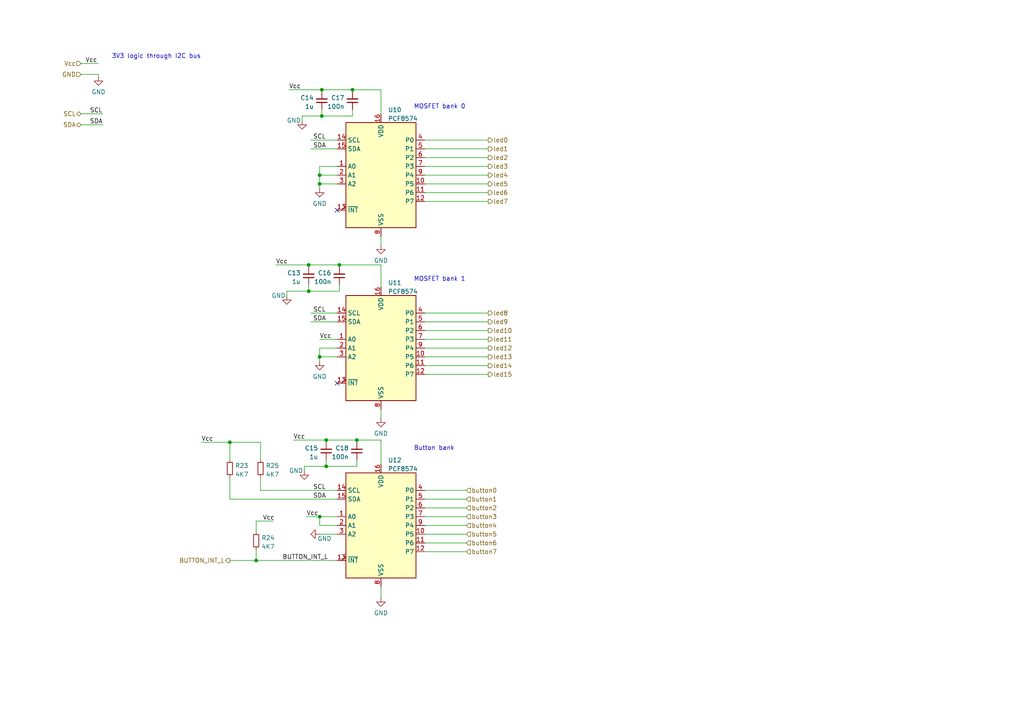
<source format=kicad_sch>
(kicad_sch (version 20211123) (generator eeschema)

  (uuid 93077cec-ff5e-46ba-9917-4f38b0bacfc5)

  (paper "A4")

  (lib_symbols
    (symbol "Device:C_Small" (pin_numbers hide) (pin_names (offset 0.254) hide) (in_bom yes) (on_board yes)
      (property "Reference" "C" (id 0) (at 0.254 1.778 0)
        (effects (font (size 1.27 1.27)) (justify left))
      )
      (property "Value" "C_Small" (id 1) (at 0.254 -2.032 0)
        (effects (font (size 1.27 1.27)) (justify left))
      )
      (property "Footprint" "" (id 2) (at 0 0 0)
        (effects (font (size 1.27 1.27)) hide)
      )
      (property "Datasheet" "~" (id 3) (at 0 0 0)
        (effects (font (size 1.27 1.27)) hide)
      )
      (property "ki_keywords" "capacitor cap" (id 4) (at 0 0 0)
        (effects (font (size 1.27 1.27)) hide)
      )
      (property "ki_description" "Unpolarized capacitor, small symbol" (id 5) (at 0 0 0)
        (effects (font (size 1.27 1.27)) hide)
      )
      (property "ki_fp_filters" "C_*" (id 6) (at 0 0 0)
        (effects (font (size 1.27 1.27)) hide)
      )
      (symbol "C_Small_0_1"
        (polyline
          (pts
            (xy -1.524 -0.508)
            (xy 1.524 -0.508)
          )
          (stroke (width 0.3302) (type default) (color 0 0 0 0))
          (fill (type none))
        )
        (polyline
          (pts
            (xy -1.524 0.508)
            (xy 1.524 0.508)
          )
          (stroke (width 0.3048) (type default) (color 0 0 0 0))
          (fill (type none))
        )
      )
      (symbol "C_Small_1_1"
        (pin passive line (at 0 2.54 270) (length 2.032)
          (name "~" (effects (font (size 1.27 1.27))))
          (number "1" (effects (font (size 1.27 1.27))))
        )
        (pin passive line (at 0 -2.54 90) (length 2.032)
          (name "~" (effects (font (size 1.27 1.27))))
          (number "2" (effects (font (size 1.27 1.27))))
        )
      )
    )
    (symbol "Device:R_Small" (pin_numbers hide) (pin_names (offset 0.254) hide) (in_bom yes) (on_board yes)
      (property "Reference" "R" (id 0) (at 0.762 0.508 0)
        (effects (font (size 1.27 1.27)) (justify left))
      )
      (property "Value" "R_Small" (id 1) (at 0.762 -1.016 0)
        (effects (font (size 1.27 1.27)) (justify left))
      )
      (property "Footprint" "" (id 2) (at 0 0 0)
        (effects (font (size 1.27 1.27)) hide)
      )
      (property "Datasheet" "~" (id 3) (at 0 0 0)
        (effects (font (size 1.27 1.27)) hide)
      )
      (property "ki_keywords" "R resistor" (id 4) (at 0 0 0)
        (effects (font (size 1.27 1.27)) hide)
      )
      (property "ki_description" "Resistor, small symbol" (id 5) (at 0 0 0)
        (effects (font (size 1.27 1.27)) hide)
      )
      (property "ki_fp_filters" "R_*" (id 6) (at 0 0 0)
        (effects (font (size 1.27 1.27)) hide)
      )
      (symbol "R_Small_0_1"
        (rectangle (start -0.762 1.778) (end 0.762 -1.778)
          (stroke (width 0.2032) (type default) (color 0 0 0 0))
          (fill (type none))
        )
      )
      (symbol "R_Small_1_1"
        (pin passive line (at 0 2.54 270) (length 0.762)
          (name "~" (effects (font (size 1.27 1.27))))
          (number "1" (effects (font (size 1.27 1.27))))
        )
        (pin passive line (at 0 -2.54 90) (length 0.762)
          (name "~" (effects (font (size 1.27 1.27))))
          (number "2" (effects (font (size 1.27 1.27))))
        )
      )
    )
    (symbol "Interface_Expansion:PCF8574" (in_bom yes) (on_board yes)
      (property "Reference" "U" (id 0) (at -8.89 16.51 0)
        (effects (font (size 1.27 1.27)) (justify left))
      )
      (property "Value" "PCF8574" (id 1) (at 2.54 16.51 0)
        (effects (font (size 1.27 1.27)) (justify left))
      )
      (property "Footprint" "" (id 2) (at 0 0 0)
        (effects (font (size 1.27 1.27)) hide)
      )
      (property "Datasheet" "http://www.nxp.com/documents/data_sheet/PCF8574_PCF8574A.pdf" (id 3) (at 0 0 0)
        (effects (font (size 1.27 1.27)) hide)
      )
      (property "ki_keywords" "I2C Expander" (id 4) (at 0 0 0)
        (effects (font (size 1.27 1.27)) hide)
      )
      (property "ki_description" "8 Bit Port/Expander to I2C Bus, DIP/SOIC-16" (id 5) (at 0 0 0)
        (effects (font (size 1.27 1.27)) hide)
      )
      (property "ki_fp_filters" "DIP*W7.62mm* SOIC*7.5x10.3mm*P1.27mm*" (id 6) (at 0 0 0)
        (effects (font (size 1.27 1.27)) hide)
      )
      (symbol "PCF8574_0_1"
        (rectangle (start -10.16 15.24) (end 10.16 -15.24)
          (stroke (width 0.254) (type default) (color 0 0 0 0))
          (fill (type background))
        )
      )
      (symbol "PCF8574_1_1"
        (pin input line (at -12.7 2.54 0) (length 2.54)
          (name "A0" (effects (font (size 1.27 1.27))))
          (number "1" (effects (font (size 1.27 1.27))))
        )
        (pin bidirectional line (at 12.7 -2.54 180) (length 2.54)
          (name "P5" (effects (font (size 1.27 1.27))))
          (number "10" (effects (font (size 1.27 1.27))))
        )
        (pin bidirectional line (at 12.7 -5.08 180) (length 2.54)
          (name "P6" (effects (font (size 1.27 1.27))))
          (number "11" (effects (font (size 1.27 1.27))))
        )
        (pin bidirectional line (at 12.7 -7.62 180) (length 2.54)
          (name "P7" (effects (font (size 1.27 1.27))))
          (number "12" (effects (font (size 1.27 1.27))))
        )
        (pin open_collector output_low (at -12.7 -10.16 0) (length 2.54)
          (name "~{INT}" (effects (font (size 1.27 1.27))))
          (number "13" (effects (font (size 1.27 1.27))))
        )
        (pin input line (at -12.7 10.16 0) (length 2.54)
          (name "SCL" (effects (font (size 1.27 1.27))))
          (number "14" (effects (font (size 1.27 1.27))))
        )
        (pin bidirectional line (at -12.7 7.62 0) (length 2.54)
          (name "SDA" (effects (font (size 1.27 1.27))))
          (number "15" (effects (font (size 1.27 1.27))))
        )
        (pin power_in line (at 0 17.78 270) (length 2.54)
          (name "VDD" (effects (font (size 1.27 1.27))))
          (number "16" (effects (font (size 1.27 1.27))))
        )
        (pin input line (at -12.7 0 0) (length 2.54)
          (name "A1" (effects (font (size 1.27 1.27))))
          (number "2" (effects (font (size 1.27 1.27))))
        )
        (pin input line (at -12.7 -2.54 0) (length 2.54)
          (name "A2" (effects (font (size 1.27 1.27))))
          (number "3" (effects (font (size 1.27 1.27))))
        )
        (pin bidirectional line (at 12.7 10.16 180) (length 2.54)
          (name "P0" (effects (font (size 1.27 1.27))))
          (number "4" (effects (font (size 1.27 1.27))))
        )
        (pin bidirectional line (at 12.7 7.62 180) (length 2.54)
          (name "P1" (effects (font (size 1.27 1.27))))
          (number "5" (effects (font (size 1.27 1.27))))
        )
        (pin bidirectional line (at 12.7 5.08 180) (length 2.54)
          (name "P2" (effects (font (size 1.27 1.27))))
          (number "6" (effects (font (size 1.27 1.27))))
        )
        (pin bidirectional line (at 12.7 2.54 180) (length 2.54)
          (name "P3" (effects (font (size 1.27 1.27))))
          (number "7" (effects (font (size 1.27 1.27))))
        )
        (pin power_in line (at 0 -17.78 90) (length 2.54)
          (name "VSS" (effects (font (size 1.27 1.27))))
          (number "8" (effects (font (size 1.27 1.27))))
        )
        (pin bidirectional line (at 12.7 0 180) (length 2.54)
          (name "P4" (effects (font (size 1.27 1.27))))
          (number "9" (effects (font (size 1.27 1.27))))
        )
      )
    )
    (symbol "power:GND" (power) (pin_names (offset 0)) (in_bom yes) (on_board yes)
      (property "Reference" "#PWR" (id 0) (at 0 -6.35 0)
        (effects (font (size 1.27 1.27)) hide)
      )
      (property "Value" "GND" (id 1) (at 0 -3.81 0)
        (effects (font (size 1.27 1.27)))
      )
      (property "Footprint" "" (id 2) (at 0 0 0)
        (effects (font (size 1.27 1.27)) hide)
      )
      (property "Datasheet" "" (id 3) (at 0 0 0)
        (effects (font (size 1.27 1.27)) hide)
      )
      (property "ki_keywords" "power-flag" (id 4) (at 0 0 0)
        (effects (font (size 1.27 1.27)) hide)
      )
      (property "ki_description" "Power symbol creates a global label with name \"GND\" , ground" (id 5) (at 0 0 0)
        (effects (font (size 1.27 1.27)) hide)
      )
      (symbol "GND_0_1"
        (polyline
          (pts
            (xy 0 0)
            (xy 0 -1.27)
            (xy 1.27 -1.27)
            (xy 0 -2.54)
            (xy -1.27 -1.27)
            (xy 0 -1.27)
          )
          (stroke (width 0) (type default) (color 0 0 0 0))
          (fill (type none))
        )
      )
      (symbol "GND_1_1"
        (pin power_in line (at 0 0 270) (length 0) hide
          (name "GND" (effects (font (size 1.27 1.27))))
          (number "1" (effects (font (size 1.27 1.27))))
        )
      )
    )
  )

  (junction (at 93.345 33.655) (diameter 0) (color 0 0 0 0)
    (uuid 03e47889-1a41-4933-9a45-09088a98a78a)
  )
  (junction (at 103.505 127.635) (diameter 0) (color 0 0 0 0)
    (uuid 1b546be3-4f37-48c6-9498-8037a5146ebe)
  )
  (junction (at 92.71 53.34) (diameter 0) (color 0 0 0 0)
    (uuid 23a19cb7-de20-4616-baaa-9e33b99071df)
  )
  (junction (at 94.615 127.635) (diameter 0) (color 0 0 0 0)
    (uuid 28a2b624-5f38-4c57-9c77-88683048412b)
  )
  (junction (at 102.235 26.035) (diameter 0) (color 0 0 0 0)
    (uuid 2d852ce6-c8cc-4b8e-9eaa-56cdfb2002c6)
  )
  (junction (at 66.675 128.27) (diameter 0) (color 0 0 0 0)
    (uuid 2dbc30b6-76f1-4290-95fa-eacb835ce017)
  )
  (junction (at 92.71 50.8) (diameter 0) (color 0 0 0 0)
    (uuid 364633ca-0044-4c03-b508-4d1760bf0c64)
  )
  (junction (at 98.425 76.835) (diameter 0) (color 0 0 0 0)
    (uuid 76dce7f8-4edc-4826-8ae7-e98d12f7c117)
  )
  (junction (at 93.345 26.035) (diameter 0) (color 0 0 0 0)
    (uuid b2406781-328c-4429-8485-353ef476a1b3)
  )
  (junction (at 92.71 149.86) (diameter 0) (color 0 0 0 0)
    (uuid cd2aa0a6-3f81-4f2a-94ee-fb6013fa9a69)
  )
  (junction (at 74.295 162.56) (diameter 0) (color 0 0 0 0)
    (uuid eaae07ec-4860-4d24-8693-ca8b268fd3cf)
  )
  (junction (at 89.535 76.835) (diameter 0) (color 0 0 0 0)
    (uuid ef2df514-28cd-4e91-bc9a-b3af3af7a683)
  )
  (junction (at 94.615 135.255) (diameter 0) (color 0 0 0 0)
    (uuid f9f01329-5232-4aab-84ab-394dbb738fe6)
  )
  (junction (at 89.535 84.455) (diameter 0) (color 0 0 0 0)
    (uuid fa4a84c8-bad3-4f35-ade0-e2bd595b59b2)
  )
  (junction (at 92.71 103.505) (diameter 0) (color 0 0 0 0)
    (uuid fdc562cc-19e4-4812-b685-51f4ce813075)
  )

  (no_connect (at 97.79 111.125) (uuid c4977091-be42-4b2b-8684-2c815039992a))
  (no_connect (at 97.79 60.96) (uuid c4977091-be42-4b2b-8684-2c815039992b))

  (wire (pts (xy 103.505 133.35) (xy 103.505 135.255))
    (stroke (width 0) (type default) (color 0 0 0 0))
    (uuid 085e7517-73e5-4589-b4b5-f392d0da6320)
  )
  (wire (pts (xy 98.425 76.835) (xy 110.49 76.835))
    (stroke (width 0) (type default) (color 0 0 0 0))
    (uuid 0d57ce49-3566-474a-ace0-b461dcb17393)
  )
  (wire (pts (xy 123.19 53.34) (xy 141.605 53.34))
    (stroke (width 0) (type default) (color 0 0 0 0))
    (uuid 0ec4b0bb-d365-455b-a1bf-a5b00985f335)
  )
  (wire (pts (xy 93.345 33.655) (xy 102.235 33.655))
    (stroke (width 0) (type default) (color 0 0 0 0))
    (uuid 0f5ec45d-9aa8-461d-bcdc-63856d797f4e)
  )
  (wire (pts (xy 74.295 159.385) (xy 74.295 162.56))
    (stroke (width 0) (type default) (color 0 0 0 0))
    (uuid 121252b1-aa29-464b-90df-7b8d9ece418c)
  )
  (wire (pts (xy 87.63 33.655) (xy 93.345 33.655))
    (stroke (width 0) (type default) (color 0 0 0 0))
    (uuid 133e1b96-d6ae-49af-9d77-ab1cd2f08ccd)
  )
  (wire (pts (xy 97.79 100.965) (xy 92.71 100.965))
    (stroke (width 0) (type default) (color 0 0 0 0))
    (uuid 18016300-2394-4819-aa2b-c7e5154999c8)
  )
  (wire (pts (xy 75.565 142.24) (xy 75.565 138.43))
    (stroke (width 0) (type default) (color 0 0 0 0))
    (uuid 1c77e4ca-a605-42e0-8174-697b4ff7329b)
  )
  (wire (pts (xy 97.79 48.26) (xy 92.71 48.26))
    (stroke (width 0) (type default) (color 0 0 0 0))
    (uuid 1d48a335-1760-40e8-acc8-12ea739b6112)
  )
  (wire (pts (xy 92.71 100.965) (xy 92.71 103.505))
    (stroke (width 0) (type default) (color 0 0 0 0))
    (uuid 1ed744a0-97f1-4c55-8879-2fe5d45dd5c5)
  )
  (wire (pts (xy 92.71 54.61) (xy 92.71 53.34))
    (stroke (width 0) (type default) (color 0 0 0 0))
    (uuid 237f9ea8-bde2-484b-bdb2-5eb01024507d)
  )
  (wire (pts (xy 123.19 142.24) (xy 135.255 142.24))
    (stroke (width 0) (type default) (color 0 0 0 0))
    (uuid 24f0150b-965d-4486-9b5a-4dc387f7bfe2)
  )
  (wire (pts (xy 123.19 160.02) (xy 135.255 160.02))
    (stroke (width 0) (type default) (color 0 0 0 0))
    (uuid 2590062f-cfe1-49a9-b996-8a8f1a0edfe4)
  )
  (wire (pts (xy 141.605 58.42) (xy 123.19 58.42))
    (stroke (width 0) (type default) (color 0 0 0 0))
    (uuid 27d182fe-76b7-4e55-80ca-927054ff9f95)
  )
  (wire (pts (xy 90.17 90.805) (xy 97.79 90.805))
    (stroke (width 0) (type default) (color 0 0 0 0))
    (uuid 2d1f6f50-9d0c-4e32-a715-50ae82f01aca)
  )
  (wire (pts (xy 103.505 127.635) (xy 110.49 127.635))
    (stroke (width 0) (type default) (color 0 0 0 0))
    (uuid 2ef8fabe-40f1-406c-92e7-e116fad7ae66)
  )
  (wire (pts (xy 79.375 151.13) (xy 74.295 151.13))
    (stroke (width 0) (type default) (color 0 0 0 0))
    (uuid 2f8ca4ed-a507-4158-83e0-3de761bf519e)
  )
  (wire (pts (xy 123.19 55.88) (xy 141.605 55.88))
    (stroke (width 0) (type default) (color 0 0 0 0))
    (uuid 346f5e95-2c4b-4e40-b862-518687165a6a)
  )
  (wire (pts (xy 123.19 152.4) (xy 135.255 152.4))
    (stroke (width 0) (type default) (color 0 0 0 0))
    (uuid 3491928f-369f-4dd5-97b9-009dcbc50832)
  )
  (wire (pts (xy 89.535 84.455) (xy 98.425 84.455))
    (stroke (width 0) (type default) (color 0 0 0 0))
    (uuid 35ba9c19-5dcf-4dcb-95b9-543bc5cf09e5)
  )
  (wire (pts (xy 85.09 127.635) (xy 94.615 127.635))
    (stroke (width 0) (type default) (color 0 0 0 0))
    (uuid 35bce336-89c0-4ffe-8d72-8db711c747b4)
  )
  (wire (pts (xy 83.185 84.455) (xy 83.185 85.725))
    (stroke (width 0) (type default) (color 0 0 0 0))
    (uuid 36a1dd60-c81c-434b-b483-a424a63eaf7b)
  )
  (wire (pts (xy 88.265 135.255) (xy 94.615 135.255))
    (stroke (width 0) (type default) (color 0 0 0 0))
    (uuid 3826c4cb-3454-4ed6-b492-4d7d64fc7b47)
  )
  (wire (pts (xy 92.71 104.775) (xy 92.71 103.505))
    (stroke (width 0) (type default) (color 0 0 0 0))
    (uuid 399eb5a2-eaab-436b-ab67-7f9156c4b5fa)
  )
  (wire (pts (xy 102.235 26.035) (xy 102.235 26.67))
    (stroke (width 0) (type default) (color 0 0 0 0))
    (uuid 3f866a47-3e74-48e3-9c04-e12468bf4fc0)
  )
  (wire (pts (xy 93.345 31.75) (xy 93.345 33.655))
    (stroke (width 0) (type default) (color 0 0 0 0))
    (uuid 424afd1f-ac99-48fe-b383-70b31c638da9)
  )
  (wire (pts (xy 66.675 128.27) (xy 66.675 133.35))
    (stroke (width 0) (type default) (color 0 0 0 0))
    (uuid 4283db7f-ccc1-4327-8904-4cff86cb34b8)
  )
  (wire (pts (xy 103.505 127.635) (xy 103.505 128.27))
    (stroke (width 0) (type default) (color 0 0 0 0))
    (uuid 45de8ac9-43e5-4734-a7e6-ba6ce62bc087)
  )
  (wire (pts (xy 23.495 33.02) (xy 29.845 33.02))
    (stroke (width 0) (type default) (color 0 0 0 0))
    (uuid 4676b21e-0948-4d77-bb81-6a80f67aeb1f)
  )
  (wire (pts (xy 23.495 18.415) (xy 28.575 18.415))
    (stroke (width 0) (type default) (color 0 0 0 0))
    (uuid 46d34e14-0789-4a97-950d-cbd2aaa54661)
  )
  (wire (pts (xy 66.675 128.27) (xy 75.565 128.27))
    (stroke (width 0) (type default) (color 0 0 0 0))
    (uuid 4932d284-d61c-443a-91d1-6ce7a9a95ac7)
  )
  (wire (pts (xy 97.79 152.4) (xy 92.71 152.4))
    (stroke (width 0) (type default) (color 0 0 0 0))
    (uuid 4c231b15-5928-4251-a645-61eb4bf7d86b)
  )
  (wire (pts (xy 92.71 103.505) (xy 97.79 103.505))
    (stroke (width 0) (type default) (color 0 0 0 0))
    (uuid 4cfc9488-5bff-47a5-ab7c-a900eeb567c1)
  )
  (wire (pts (xy 123.19 157.48) (xy 135.255 157.48))
    (stroke (width 0) (type default) (color 0 0 0 0))
    (uuid 508f27c9-c621-4e9e-b242-f1f4eebb2d68)
  )
  (wire (pts (xy 80.01 76.835) (xy 89.535 76.835))
    (stroke (width 0) (type default) (color 0 0 0 0))
    (uuid 546e45d9-a236-475f-8148-6c7548b1fccb)
  )
  (wire (pts (xy 87.63 33.655) (xy 87.63 34.925))
    (stroke (width 0) (type default) (color 0 0 0 0))
    (uuid 59d22455-50da-46ef-a61c-6fefdcb5e349)
  )
  (wire (pts (xy 110.49 127.635) (xy 110.49 134.62))
    (stroke (width 0) (type default) (color 0 0 0 0))
    (uuid 59d26190-41f1-4ede-8ad3-bbdc72f6c243)
  )
  (wire (pts (xy 58.42 128.27) (xy 66.675 128.27))
    (stroke (width 0) (type default) (color 0 0 0 0))
    (uuid 5e2eb430-d735-40c8-a6d6-00f178f5d886)
  )
  (wire (pts (xy 75.565 142.24) (xy 97.79 142.24))
    (stroke (width 0) (type default) (color 0 0 0 0))
    (uuid 5f3b615a-1a10-4cb8-9129-9e2d09bacb20)
  )
  (wire (pts (xy 123.19 144.78) (xy 135.255 144.78))
    (stroke (width 0) (type default) (color 0 0 0 0))
    (uuid 6093e308-4553-41bb-ae55-8e8aab4080cf)
  )
  (wire (pts (xy 92.71 53.34) (xy 97.79 53.34))
    (stroke (width 0) (type default) (color 0 0 0 0))
    (uuid 65a24ef4-6a91-4ca8-865a-c38b141b91c3)
  )
  (wire (pts (xy 66.675 162.56) (xy 74.295 162.56))
    (stroke (width 0) (type default) (color 0 0 0 0))
    (uuid 65d53fbf-9793-478b-b471-9daa7c5c9688)
  )
  (wire (pts (xy 123.19 48.26) (xy 141.605 48.26))
    (stroke (width 0) (type default) (color 0 0 0 0))
    (uuid 6689c72d-6210-4d74-aa57-b1fa57eb15d4)
  )
  (wire (pts (xy 90.17 43.18) (xy 97.79 43.18))
    (stroke (width 0) (type default) (color 0 0 0 0))
    (uuid 67c4af7f-6b56-4334-838e-05c2d7c797a2)
  )
  (wire (pts (xy 93.345 26.035) (xy 102.235 26.035))
    (stroke (width 0) (type default) (color 0 0 0 0))
    (uuid 6e358277-1f7f-4dcc-b165-2dfcbfaaa6d0)
  )
  (wire (pts (xy 23.495 21.59) (xy 28.575 21.59))
    (stroke (width 0) (type default) (color 0 0 0 0))
    (uuid 6ffed8f7-8849-4e06-85c6-c2ac7e9c5d51)
  )
  (wire (pts (xy 123.19 106.045) (xy 141.605 106.045))
    (stroke (width 0) (type default) (color 0 0 0 0))
    (uuid 72552fc2-392e-4373-ba58-da82bccf5148)
  )
  (wire (pts (xy 94.615 133.35) (xy 94.615 135.255))
    (stroke (width 0) (type default) (color 0 0 0 0))
    (uuid 727f8e06-271b-4f25-93d8-b60201825642)
  )
  (wire (pts (xy 98.425 76.835) (xy 98.425 77.47))
    (stroke (width 0) (type default) (color 0 0 0 0))
    (uuid 79442df7-e544-47f3-b999-3ffef5b4bea6)
  )
  (wire (pts (xy 123.19 147.32) (xy 135.255 147.32))
    (stroke (width 0) (type default) (color 0 0 0 0))
    (uuid 7f45da96-fcad-4e8d-8a7d-055067b39ccc)
  )
  (wire (pts (xy 123.19 98.425) (xy 141.605 98.425))
    (stroke (width 0) (type default) (color 0 0 0 0))
    (uuid 8158aa9c-5f00-431d-8213-024fceb2bf1c)
  )
  (wire (pts (xy 141.605 108.585) (xy 123.19 108.585))
    (stroke (width 0) (type default) (color 0 0 0 0))
    (uuid 84328163-c557-44c7-bac3-9059f3a2741d)
  )
  (wire (pts (xy 89.535 76.835) (xy 98.425 76.835))
    (stroke (width 0) (type default) (color 0 0 0 0))
    (uuid 8d0ca6ba-41b8-4ed2-8320-05ecb77a80b3)
  )
  (wire (pts (xy 123.19 40.64) (xy 141.605 40.64))
    (stroke (width 0) (type default) (color 0 0 0 0))
    (uuid 8e04f980-3336-45d2-a4a1-0e56adf0a51d)
  )
  (wire (pts (xy 90.17 40.64) (xy 97.79 40.64))
    (stroke (width 0) (type default) (color 0 0 0 0))
    (uuid 8fdd6fdc-106c-4ce4-ab33-6029228dde79)
  )
  (wire (pts (xy 88.265 135.255) (xy 88.265 136.525))
    (stroke (width 0) (type default) (color 0 0 0 0))
    (uuid 904bdc0e-1027-4239-b1e6-3b01fb59ed1a)
  )
  (wire (pts (xy 92.71 149.86) (xy 97.79 149.86))
    (stroke (width 0) (type default) (color 0 0 0 0))
    (uuid 90abf458-44c8-4126-b005-dfb3faa35651)
  )
  (wire (pts (xy 94.615 135.255) (xy 103.505 135.255))
    (stroke (width 0) (type default) (color 0 0 0 0))
    (uuid 90dfc538-ed5c-47c1-8f6d-332d62140120)
  )
  (wire (pts (xy 66.675 144.78) (xy 97.79 144.78))
    (stroke (width 0) (type default) (color 0 0 0 0))
    (uuid 93c3f244-4001-4739-8f7b-2fe3560f4802)
  )
  (wire (pts (xy 123.19 93.345) (xy 141.605 93.345))
    (stroke (width 0) (type default) (color 0 0 0 0))
    (uuid 94937b27-a161-4c0b-8ed6-4f10524ff081)
  )
  (wire (pts (xy 74.295 162.56) (xy 97.79 162.56))
    (stroke (width 0) (type default) (color 0 0 0 0))
    (uuid 94cac9e8-39ed-4f75-86b9-fbce16c2a5c2)
  )
  (wire (pts (xy 83.82 26.035) (xy 93.345 26.035))
    (stroke (width 0) (type default) (color 0 0 0 0))
    (uuid 979b55a8-ab21-4e6f-80b6-b911e35f567e)
  )
  (wire (pts (xy 110.49 76.835) (xy 110.49 83.185))
    (stroke (width 0) (type default) (color 0 0 0 0))
    (uuid 9965095c-77af-441c-8208-ed84e346180c)
  )
  (wire (pts (xy 102.235 26.035) (xy 110.49 26.035))
    (stroke (width 0) (type default) (color 0 0 0 0))
    (uuid 9ab8e7a0-b184-4d76-bb45-4679e2998c1e)
  )
  (wire (pts (xy 89.535 76.835) (xy 89.535 77.47))
    (stroke (width 0) (type default) (color 0 0 0 0))
    (uuid 9eef8836-42fe-413c-a780-d65e8b17e6c9)
  )
  (wire (pts (xy 75.565 128.27) (xy 75.565 133.35))
    (stroke (width 0) (type default) (color 0 0 0 0))
    (uuid a2423d51-6d0b-4ac9-9676-8364fa32f336)
  )
  (wire (pts (xy 89.535 82.55) (xy 89.535 84.455))
    (stroke (width 0) (type default) (color 0 0 0 0))
    (uuid ad25f83e-3294-408b-84af-420c87223380)
  )
  (wire (pts (xy 94.615 127.635) (xy 94.615 128.27))
    (stroke (width 0) (type default) (color 0 0 0 0))
    (uuid b515d5a8-f1ae-43bc-8963-cfcc93eb7fe8)
  )
  (wire (pts (xy 92.71 50.8) (xy 92.71 53.34))
    (stroke (width 0) (type default) (color 0 0 0 0))
    (uuid b9ec1374-08e2-4682-b435-4627dfd568d7)
  )
  (wire (pts (xy 123.19 43.18) (xy 141.605 43.18))
    (stroke (width 0) (type default) (color 0 0 0 0))
    (uuid bac860a7-86b4-458f-a87c-371328393c3d)
  )
  (wire (pts (xy 123.19 149.86) (xy 135.255 149.86))
    (stroke (width 0) (type default) (color 0 0 0 0))
    (uuid bc4890c4-40d8-4484-bf78-95c938ad061f)
  )
  (wire (pts (xy 102.235 31.75) (xy 102.235 33.655))
    (stroke (width 0) (type default) (color 0 0 0 0))
    (uuid bca66f8e-2022-4b17-a632-9cbaa9582724)
  )
  (wire (pts (xy 123.19 100.965) (xy 141.605 100.965))
    (stroke (width 0) (type default) (color 0 0 0 0))
    (uuid bfbb9c79-7870-40ba-8c17-0940b888685a)
  )
  (wire (pts (xy 28.575 21.59) (xy 28.575 22.225))
    (stroke (width 0) (type default) (color 0 0 0 0))
    (uuid c165f76c-2cd7-4814-9c24-7be399cdb2ed)
  )
  (wire (pts (xy 98.425 82.55) (xy 98.425 84.455))
    (stroke (width 0) (type default) (color 0 0 0 0))
    (uuid c7721862-b56e-491f-9580-28677b011dcd)
  )
  (wire (pts (xy 66.675 144.78) (xy 66.675 138.43))
    (stroke (width 0) (type default) (color 0 0 0 0))
    (uuid c78e4cbc-087f-4876-9bbe-2a8c0acc6ce7)
  )
  (wire (pts (xy 92.71 48.26) (xy 92.71 50.8))
    (stroke (width 0) (type default) (color 0 0 0 0))
    (uuid c906ee4b-9aba-4f0f-be6c-e22c0062ee60)
  )
  (wire (pts (xy 90.17 93.345) (xy 97.79 93.345))
    (stroke (width 0) (type default) (color 0 0 0 0))
    (uuid ca6f7a87-87c4-4d42-8490-fa19df869e17)
  )
  (wire (pts (xy 88.9 149.86) (xy 92.71 149.86))
    (stroke (width 0) (type default) (color 0 0 0 0))
    (uuid cacd1f31-4ae2-42b4-bc19-9c2b1b9c56f4)
  )
  (wire (pts (xy 110.49 26.035) (xy 110.49 33.02))
    (stroke (width 0) (type default) (color 0 0 0 0))
    (uuid cdc8fe9d-65f8-4618-acda-ead1a09737a1)
  )
  (wire (pts (xy 94.615 127.635) (xy 103.505 127.635))
    (stroke (width 0) (type default) (color 0 0 0 0))
    (uuid cffa9a36-1d04-48c7-98ca-ba65c440a6c8)
  )
  (wire (pts (xy 123.19 45.72) (xy 141.605 45.72))
    (stroke (width 0) (type default) (color 0 0 0 0))
    (uuid d1a5b100-3a01-4a5b-afbf-31e56f4fa438)
  )
  (wire (pts (xy 110.49 118.745) (xy 110.49 121.285))
    (stroke (width 0) (type default) (color 0 0 0 0))
    (uuid d75590ca-ccac-4d90-b854-16429a0fb69f)
  )
  (wire (pts (xy 123.19 95.885) (xy 141.605 95.885))
    (stroke (width 0) (type default) (color 0 0 0 0))
    (uuid dce1641b-359f-45a3-859a-969772834f5f)
  )
  (wire (pts (xy 23.495 36.195) (xy 29.845 36.195))
    (stroke (width 0) (type default) (color 0 0 0 0))
    (uuid dfbcd849-a53d-4f15-b4ba-a3c8328abff9)
  )
  (wire (pts (xy 110.49 68.58) (xy 110.49 71.12))
    (stroke (width 0) (type default) (color 0 0 0 0))
    (uuid e081d0cc-712b-4e8f-b2ca-6fa44f6b724b)
  )
  (wire (pts (xy 74.295 151.13) (xy 74.295 154.305))
    (stroke (width 0) (type default) (color 0 0 0 0))
    (uuid e09f8485-8119-4b55-a2f9-f98b5bf64277)
  )
  (wire (pts (xy 110.49 170.18) (xy 110.49 173.355))
    (stroke (width 0) (type default) (color 0 0 0 0))
    (uuid e516f4e4-3754-4c2f-89b3-f6f569fe22e3)
  )
  (wire (pts (xy 123.19 50.8) (xy 141.605 50.8))
    (stroke (width 0) (type default) (color 0 0 0 0))
    (uuid e626ea68-ae10-4eb9-b1c7-6a8816ddd2a2)
  )
  (wire (pts (xy 123.19 154.94) (xy 135.255 154.94))
    (stroke (width 0) (type default) (color 0 0 0 0))
    (uuid e9465262-20d2-4d10-9223-123a44df6ba5)
  )
  (wire (pts (xy 83.185 84.455) (xy 89.535 84.455))
    (stroke (width 0) (type default) (color 0 0 0 0))
    (uuid ecb21623-3438-4012-b97b-e8b64376c2c9)
  )
  (wire (pts (xy 97.79 50.8) (xy 92.71 50.8))
    (stroke (width 0) (type default) (color 0 0 0 0))
    (uuid ecc9070e-f9f1-4d0e-b869-907bc2b3009b)
  )
  (wire (pts (xy 92.71 154.94) (xy 97.79 154.94))
    (stroke (width 0) (type default) (color 0 0 0 0))
    (uuid ed532dd2-afef-4246-bfcc-dede8d020be1)
  )
  (wire (pts (xy 123.19 103.505) (xy 141.605 103.505))
    (stroke (width 0) (type default) (color 0 0 0 0))
    (uuid efb4e5df-6f48-4eec-9e1f-89ce717542b0)
  )
  (wire (pts (xy 123.19 90.805) (xy 141.605 90.805))
    (stroke (width 0) (type default) (color 0 0 0 0))
    (uuid f74045cc-14fb-41de-b8c4-503815fc839f)
  )
  (wire (pts (xy 92.71 149.86) (xy 92.71 152.4))
    (stroke (width 0) (type default) (color 0 0 0 0))
    (uuid f91045cb-2dbc-4e77-aaa4-b17ef9f3de9d)
  )
  (wire (pts (xy 93.345 26.035) (xy 93.345 26.67))
    (stroke (width 0) (type default) (color 0 0 0 0))
    (uuid fd7d7bfe-2591-4b73-a920-6e8a3c8af930)
  )
  (wire (pts (xy 92.71 98.425) (xy 97.79 98.425))
    (stroke (width 0) (type default) (color 0 0 0 0))
    (uuid fdcaea8c-b695-4fc3-8c02-2f7ad64c3fcd)
  )

  (text "MOSFET bank 1\n\n" (at 120.015 83.82 0)
    (effects (font (size 1.27 1.27)) (justify left bottom))
    (uuid 1d88d69a-6fa4-40b0-a87d-a535dc6bae24)
  )
  (text "MOSFET bank 0\n" (at 120.015 31.75 0)
    (effects (font (size 1.27 1.27)) (justify left bottom))
    (uuid 3edc3db2-f394-4f34-802e-52948103df87)
  )
  (text "Button bank" (at 120.015 130.81 0)
    (effects (font (size 1.27 1.27)) (justify left bottom))
    (uuid 6600e365-dd16-4956-b9ae-a3c644eab33e)
  )
  (text "3V3 logic through I2C bus" (at 32.385 17.145 0)
    (effects (font (size 1.27 1.27)) (justify left bottom))
    (uuid 71ea8f5b-206e-4c4f-b295-8681574bc235)
  )

  (label "SCL" (at 90.805 40.64 0)
    (effects (font (size 1.27 1.27)) (justify left bottom))
    (uuid 04506ede-ba41-40f3-854e-3facacb17fc0)
  )
  (label "SDA" (at 26.035 36.195 0)
    (effects (font (size 1.27 1.27)) (justify left bottom))
    (uuid 05074dc7-54f8-4980-9951-14ff5e2b5f38)
  )
  (label "SDA" (at 90.805 144.78 0)
    (effects (font (size 1.27 1.27)) (justify left bottom))
    (uuid 098dda75-150a-4d6e-b2e1-3cd6c507c8a8)
  )
  (label "Vcc" (at 80.01 76.835 0)
    (effects (font (size 1.27 1.27)) (justify left bottom))
    (uuid 0c60f449-140d-4cf6-8a03-6a88ce10cb07)
  )
  (label "SCL" (at 90.805 90.805 0)
    (effects (font (size 1.27 1.27)) (justify left bottom))
    (uuid 10d8db66-ffb8-436c-b6fb-12c32d7282f2)
  )
  (label "SDA" (at 90.805 93.345 0)
    (effects (font (size 1.27 1.27)) (justify left bottom))
    (uuid 1bff3c97-4980-4d43-9c84-f30e24f8a0b0)
  )
  (label "SCL" (at 90.805 142.24 0)
    (effects (font (size 1.27 1.27)) (justify left bottom))
    (uuid 2dd82908-c239-44f5-a482-99dfd276d640)
  )
  (label "SCL" (at 26.035 33.02 0)
    (effects (font (size 1.27 1.27)) (justify left bottom))
    (uuid 3a0cd434-ef24-4a9c-a558-5a996c9912e9)
  )
  (label "Vcc" (at 83.82 26.035 0)
    (effects (font (size 1.27 1.27)) (justify left bottom))
    (uuid 6960e880-9d49-4356-b33e-f5b725ff759f)
  )
  (label "BUTTON_INT_L" (at 81.915 162.56 0)
    (effects (font (size 1.27 1.27)) (justify left bottom))
    (uuid 831024af-45bf-494d-b4aa-ec45295c3079)
  )
  (label "Vcc" (at 92.71 98.425 0)
    (effects (font (size 1.27 1.27)) (justify left bottom))
    (uuid 8a08abd1-7378-45cd-afae-c52548dc6f31)
  )
  (label "Vcc" (at 88.9 149.86 0)
    (effects (font (size 1.27 1.27)) (justify left bottom))
    (uuid a9bfd8d1-0c85-475f-9661-525e77c7e68a)
  )
  (label "Vcc" (at 76.2 151.13 0)
    (effects (font (size 1.27 1.27)) (justify left bottom))
    (uuid c7c5fe88-efd1-4e1f-8f85-61974daf38dc)
  )
  (label "Vcc" (at 58.42 128.27 0)
    (effects (font (size 1.27 1.27)) (justify left bottom))
    (uuid cabf1dd4-9eeb-45ff-8336-f83a8a09e71a)
  )
  (label "SDA" (at 90.805 43.18 0)
    (effects (font (size 1.27 1.27)) (justify left bottom))
    (uuid e38438ec-d44a-47cc-824a-14bdbd6cebf3)
  )
  (label "Vcc" (at 24.765 18.415 0)
    (effects (font (size 1.27 1.27)) (justify left bottom))
    (uuid e4727b05-60cb-49a3-b886-6b9a89df2274)
  )
  (label "Vcc" (at 85.09 127.635 0)
    (effects (font (size 1.27 1.27)) (justify left bottom))
    (uuid f11e5819-7097-4e44-b07e-e21ea70ab57a)
  )

  (hierarchical_label "led1" (shape output) (at 141.605 43.18 0)
    (effects (font (size 1.27 1.27)) (justify left))
    (uuid 083923ab-7b97-4fd1-a7a9-4c336f0c6ec7)
  )
  (hierarchical_label "Vcc" (shape input) (at 23.495 18.415 180)
    (effects (font (size 1.27 1.27)) (justify right))
    (uuid 11ce5dc5-d97a-4ef9-9550-64f7bfd8a3ae)
  )
  (hierarchical_label "led9" (shape output) (at 141.605 93.345 0)
    (effects (font (size 1.27 1.27)) (justify left))
    (uuid 12abfc9b-9eab-4148-903e-8920442dc8f8)
  )
  (hierarchical_label "led11" (shape output) (at 141.605 98.425 0)
    (effects (font (size 1.27 1.27)) (justify left))
    (uuid 19a1952e-a398-4d9f-9f8f-53e4e1cba014)
  )
  (hierarchical_label "led6" (shape output) (at 141.605 55.88 0)
    (effects (font (size 1.27 1.27)) (justify left))
    (uuid 23d04c3e-9393-4809-b734-869b7fc0ff97)
  )
  (hierarchical_label "button2" (shape input) (at 135.255 147.32 0)
    (effects (font (size 1.27 1.27)) (justify left))
    (uuid 270398a3-00de-4786-bb35-40eefd377278)
  )
  (hierarchical_label "button0" (shape input) (at 135.255 142.24 0)
    (effects (font (size 1.27 1.27)) (justify left))
    (uuid 275e2e03-0a9c-47b8-b2b4-b30a79634209)
  )
  (hierarchical_label "led4" (shape output) (at 141.605 50.8 0)
    (effects (font (size 1.27 1.27)) (justify left))
    (uuid 2993c269-693c-405b-9704-ed8bebb1db4e)
  )
  (hierarchical_label "SDA" (shape bidirectional) (at 23.495 36.195 180)
    (effects (font (size 1.27 1.27)) (justify right))
    (uuid 29e18c05-aebc-43ce-a3e3-a02b951adc4b)
  )
  (hierarchical_label "SCL" (shape bidirectional) (at 23.495 33.02 180)
    (effects (font (size 1.27 1.27)) (justify right))
    (uuid 2f917c96-ce82-445d-b2d7-546c66b1ae3a)
  )
  (hierarchical_label "GND" (shape input) (at 23.495 21.59 180)
    (effects (font (size 1.27 1.27)) (justify right))
    (uuid 32862fe0-fe69-470c-879a-5cf2de15f23d)
  )
  (hierarchical_label "led12" (shape output) (at 141.605 100.965 0)
    (effects (font (size 1.27 1.27)) (justify left))
    (uuid 40d603e9-c638-424f-9f2e-55a3cb775649)
  )
  (hierarchical_label "led15" (shape output) (at 141.605 108.585 0)
    (effects (font (size 1.27 1.27)) (justify left))
    (uuid 500babb7-4e42-403e-8697-d3409bdd14f3)
  )
  (hierarchical_label "button6" (shape input) (at 135.255 157.48 0)
    (effects (font (size 1.27 1.27)) (justify left))
    (uuid 55e250c0-6bd2-469a-b80c-760b78004382)
  )
  (hierarchical_label "button4" (shape input) (at 135.255 152.4 0)
    (effects (font (size 1.27 1.27)) (justify left))
    (uuid 64a2acdc-484b-473c-9097-17cc7e1ad153)
  )
  (hierarchical_label "led14" (shape output) (at 141.605 106.045 0)
    (effects (font (size 1.27 1.27)) (justify left))
    (uuid 6cf23f4d-f5ef-4df7-a8d5-1d2f8f7e689d)
  )
  (hierarchical_label "led8" (shape output) (at 141.605 90.805 0)
    (effects (font (size 1.27 1.27)) (justify left))
    (uuid 72b13dc0-f1d2-4795-84b1-a68b26a390db)
  )
  (hierarchical_label "led13" (shape output) (at 141.605 103.505 0)
    (effects (font (size 1.27 1.27)) (justify left))
    (uuid 995e831d-447e-4c7c-b70b-4fc4b235113d)
  )
  (hierarchical_label "button3" (shape input) (at 135.255 149.86 0)
    (effects (font (size 1.27 1.27)) (justify left))
    (uuid a9d61365-6c18-4d0a-a8de-296412690033)
  )
  (hierarchical_label "BUTTON_INT_L" (shape output) (at 66.675 162.56 180)
    (effects (font (size 1.27 1.27)) (justify right))
    (uuid b6cee490-e2fb-4653-a119-1469c5201d37)
  )
  (hierarchical_label "led2" (shape output) (at 141.605 45.72 0)
    (effects (font (size 1.27 1.27)) (justify left))
    (uuid c1cd9d38-63d2-4933-b919-f2343dd0e1ef)
  )
  (hierarchical_label "led5" (shape output) (at 141.605 53.34 0)
    (effects (font (size 1.27 1.27)) (justify left))
    (uuid c6052563-7f25-43c5-85ac-24f6367fc64a)
  )
  (hierarchical_label "button1" (shape input) (at 135.255 144.78 0)
    (effects (font (size 1.27 1.27)) (justify left))
    (uuid db9e1bd8-c36a-404a-bcfc-f9b5bfc3fd22)
  )
  (hierarchical_label "button5" (shape input) (at 135.255 154.94 0)
    (effects (font (size 1.27 1.27)) (justify left))
    (uuid e23dd7ac-fb96-44eb-8555-9719e313d2bb)
  )
  (hierarchical_label "led0" (shape output) (at 141.605 40.64 0)
    (effects (font (size 1.27 1.27)) (justify left))
    (uuid e772bbec-c0f0-4a89-ad29-cf9b1053db77)
  )
  (hierarchical_label "led10" (shape output) (at 141.605 95.885 0)
    (effects (font (size 1.27 1.27)) (justify left))
    (uuid e8364151-8307-4a5a-bbd8-eec8d0786a4d)
  )
  (hierarchical_label "button7" (shape input) (at 135.255 160.02 0)
    (effects (font (size 1.27 1.27)) (justify left))
    (uuid f08e5be1-b42a-4cfc-bc20-f5cb7453661f)
  )
  (hierarchical_label "led7" (shape output) (at 141.605 58.42 0)
    (effects (font (size 1.27 1.27)) (justify left))
    (uuid f25b3378-8324-4c73-bd4a-458b49a8881e)
  )
  (hierarchical_label "led3" (shape output) (at 141.605 48.26 0)
    (effects (font (size 1.27 1.27)) (justify left))
    (uuid f2b8a869-4b2f-40d6-aed1-c3a791a0102b)
  )

  (symbol (lib_id "power:GND") (at 92.71 104.775 0) (unit 1)
    (in_bom yes) (on_board yes) (fields_autoplaced)
    (uuid 01f30189-5e22-4af2-96fe-579851527e25)
    (property "Reference" "#PWR046" (id 0) (at 92.71 111.125 0)
      (effects (font (size 1.27 1.27)) hide)
    )
    (property "Value" "GND" (id 1) (at 92.71 109.2184 0))
    (property "Footprint" "" (id 2) (at 92.71 104.775 0)
      (effects (font (size 1.27 1.27)) hide)
    )
    (property "Datasheet" "" (id 3) (at 92.71 104.775 0)
      (effects (font (size 1.27 1.27)) hide)
    )
    (pin "1" (uuid 7f8dea62-d628-433b-bba7-9de594933f25))
  )

  (symbol (lib_id "power:GND") (at 110.49 121.285 0) (unit 1)
    (in_bom yes) (on_board yes) (fields_autoplaced)
    (uuid 03fe59cf-99d2-4ee5-821e-b2e32c2e103b)
    (property "Reference" "#PWR049" (id 0) (at 110.49 127.635 0)
      (effects (font (size 1.27 1.27)) hide)
    )
    (property "Value" "GND" (id 1) (at 110.49 125.7284 0))
    (property "Footprint" "" (id 2) (at 110.49 121.285 0)
      (effects (font (size 1.27 1.27)) hide)
    )
    (property "Datasheet" "" (id 3) (at 110.49 121.285 0)
      (effects (font (size 1.27 1.27)) hide)
    )
    (pin "1" (uuid 30bb911e-5bf9-44b5-a710-94e512e5a4e8))
  )

  (symbol (lib_id "power:GND") (at 110.49 173.355 0) (unit 1)
    (in_bom yes) (on_board yes) (fields_autoplaced)
    (uuid 079ddf62-e05f-4245-93a8-9ca4d4fb91f9)
    (property "Reference" "#PWR050" (id 0) (at 110.49 179.705 0)
      (effects (font (size 1.27 1.27)) hide)
    )
    (property "Value" "GND" (id 1) (at 110.49 177.7984 0))
    (property "Footprint" "" (id 2) (at 110.49 173.355 0)
      (effects (font (size 1.27 1.27)) hide)
    )
    (property "Datasheet" "" (id 3) (at 110.49 173.355 0)
      (effects (font (size 1.27 1.27)) hide)
    )
    (pin "1" (uuid ea6ab355-89ff-4a4d-bcb2-1ae2a31e92c3))
  )

  (symbol (lib_id "Device:R_Small") (at 75.565 135.89 0) (unit 1)
    (in_bom yes) (on_board yes) (fields_autoplaced)
    (uuid 0dbd35d7-35ca-430c-875b-154040789ba5)
    (property "Reference" "R25" (id 0) (at 77.0636 135.0553 0)
      (effects (font (size 1.27 1.27)) (justify left))
    )
    (property "Value" "4K7" (id 1) (at 77.0636 137.5922 0)
      (effects (font (size 1.27 1.27)) (justify left))
    )
    (property "Footprint" "Resistor_SMD:R_0603_1608Metric" (id 2) (at 75.565 135.89 0)
      (effects (font (size 1.27 1.27)) hide)
    )
    (property "Datasheet" "~" (id 3) (at 75.565 135.89 0)
      (effects (font (size 1.27 1.27)) hide)
    )
    (property "Comment" "4K7 0603 resistor; +/-1%; 1/10W " (id 4) (at 75.565 135.89 0)
      (effects (font (size 1.27 1.27)) hide)
    )
    (property "MANUFACTURER" "YAEGO" (id 5) (at 75.565 135.89 0)
      (effects (font (size 1.27 1.27)) hide)
    )
    (property "MPN" "RC0603FR-074K7L" (id 6) (at 75.565 135.89 0)
      (effects (font (size 1.27 1.27)) hide)
    )
    (pin "1" (uuid 429ad394-5728-4850-8807-193a9c2ac6bb))
    (pin "2" (uuid c3a231a8-f5aa-4e44-ad7a-c0179cf9e6fc))
  )

  (symbol (lib_id "power:GND") (at 92.71 154.94 270) (unit 1)
    (in_bom yes) (on_board yes)
    (uuid 0f5b6c5b-ff53-471b-b8fc-d61b336f755d)
    (property "Reference" "#PWR047" (id 0) (at 86.36 154.94 0)
      (effects (font (size 1.27 1.27)) hide)
    )
    (property "Value" "GND" (id 1) (at 92.075 156.21 90)
      (effects (font (size 1.27 1.27)) (justify left))
    )
    (property "Footprint" "" (id 2) (at 92.71 154.94 0)
      (effects (font (size 1.27 1.27)) hide)
    )
    (property "Datasheet" "" (id 3) (at 92.71 154.94 0)
      (effects (font (size 1.27 1.27)) hide)
    )
    (pin "1" (uuid d7be1827-196a-4485-9f1a-3334add79e6f))
  )

  (symbol (lib_id "Device:C_Small") (at 103.505 130.81 0) (mirror x) (unit 1)
    (in_bom yes) (on_board yes) (fields_autoplaced)
    (uuid 0f782d06-13d2-4219-a75f-51a4efdb320d)
    (property "Reference" "C18" (id 0) (at 101.1809 129.9689 0)
      (effects (font (size 1.27 1.27)) (justify right))
    )
    (property "Value" "100n" (id 1) (at 101.1809 132.5058 0)
      (effects (font (size 1.27 1.27)) (justify right))
    )
    (property "Footprint" "Capacitor_SMD:C_0603_1608Metric" (id 2) (at 103.505 130.81 0)
      (effects (font (size 1.27 1.27)) hide)
    )
    (property "Datasheet" "https://datasheets.kyocera-avx.com/X7RDielectric.pdf" (id 3) (at 103.505 130.81 0)
      (effects (font (size 1.27 1.27)) hide)
    )
    (property "Comment" "100nF 5% 6.3V 0603 X7R ceramic; 20mOhm < ESR < 10 Ohm" (id 4) (at 103.505 130.81 0)
      (effects (font (size 1.27 1.27)) hide)
    )
    (property "MANUFACTURER" "KYOCERA" (id 5) (at 103.505 130.81 0)
      (effects (font (size 1.27 1.27)) hide)
    )
    (property "MPN" "06036C104JAT2A" (id 6) (at 103.505 130.81 0)
      (effects (font (size 1.27 1.27)) hide)
    )
    (pin "1" (uuid 075bfd40-7dd9-4527-892a-3d3d17fdc40e))
    (pin "2" (uuid c1cfc598-47af-415b-87be-22e98fb16805))
  )

  (symbol (lib_id "Device:R_Small") (at 74.295 156.845 0) (unit 1)
    (in_bom yes) (on_board yes) (fields_autoplaced)
    (uuid 16f04be9-7c66-45cf-b4e9-ab899d02574f)
    (property "Reference" "R24" (id 0) (at 75.7936 156.0103 0)
      (effects (font (size 1.27 1.27)) (justify left))
    )
    (property "Value" "4K7" (id 1) (at 75.7936 158.5472 0)
      (effects (font (size 1.27 1.27)) (justify left))
    )
    (property "Footprint" "Resistor_SMD:R_0603_1608Metric" (id 2) (at 74.295 156.845 0)
      (effects (font (size 1.27 1.27)) hide)
    )
    (property "Datasheet" "~" (id 3) (at 74.295 156.845 0)
      (effects (font (size 1.27 1.27)) hide)
    )
    (property "Comment" "4K7 0603 resistor; +/-1%; 1/10W " (id 4) (at 74.295 156.845 0)
      (effects (font (size 1.27 1.27)) hide)
    )
    (property "MANUFACTURER" "YAEGO" (id 5) (at 74.295 156.845 0)
      (effects (font (size 1.27 1.27)) hide)
    )
    (property "MPN" "RC0603FR-074K7L" (id 6) (at 74.295 156.845 0)
      (effects (font (size 1.27 1.27)) hide)
    )
    (pin "1" (uuid 56fe8e76-1dcc-4b71-9c7d-7efe79cda77e))
    (pin "2" (uuid 828fc5f3-61d9-41fb-ba90-dd280350e727))
  )

  (symbol (lib_id "power:GND") (at 110.49 71.12 0) (unit 1)
    (in_bom yes) (on_board yes) (fields_autoplaced)
    (uuid 2d1c36c0-ddc2-41f5-b8a5-0688f8f1ca48)
    (property "Reference" "#PWR048" (id 0) (at 110.49 77.47 0)
      (effects (font (size 1.27 1.27)) hide)
    )
    (property "Value" "GND" (id 1) (at 110.49 75.5634 0))
    (property "Footprint" "" (id 2) (at 110.49 71.12 0)
      (effects (font (size 1.27 1.27)) hide)
    )
    (property "Datasheet" "" (id 3) (at 110.49 71.12 0)
      (effects (font (size 1.27 1.27)) hide)
    )
    (pin "1" (uuid 51695a20-a292-4482-925f-eb33053b9d76))
  )

  (symbol (lib_id "Device:C_Small") (at 89.535 80.01 0) (mirror x) (unit 1)
    (in_bom yes) (on_board yes) (fields_autoplaced)
    (uuid 318754b4-d33d-4e35-bfc4-99be116eb2be)
    (property "Reference" "C13" (id 0) (at 87.2109 79.1689 0)
      (effects (font (size 1.27 1.27)) (justify right))
    )
    (property "Value" "1u" (id 1) (at 87.2109 81.7058 0)
      (effects (font (size 1.27 1.27)) (justify right))
    )
    (property "Footprint" "Capacitor_SMD:C_0603_1608Metric" (id 2) (at 89.535 80.01 0)
      (effects (font (size 1.27 1.27)) hide)
    )
    (property "Datasheet" "https://datasheets.kyocera-avx.com/X7RDielectric.pdf" (id 3) (at 89.535 80.01 0)
      (effects (font (size 1.27 1.27)) hide)
    )
    (property "Comment" "1u 5% 16V 0603 X7R ceramic; 20mOhm < ESR < 10 Ohm" (id 4) (at 89.535 80.01 0)
      (effects (font (size 1.27 1.27)) hide)
    )
    (property "MANUFACTURER" "KYOCERA" (id 5) (at 89.535 80.01 0)
      (effects (font (size 1.27 1.27)) hide)
    )
    (property "MPN" "0603YC105JAT2A" (id 6) (at 89.535 80.01 0)
      (effects (font (size 1.27 1.27)) hide)
    )
    (pin "1" (uuid 1476ad66-e9ab-4992-adbf-f7d120217adf))
    (pin "2" (uuid 980a8a9c-870f-4d1d-951e-650ead673d29))
  )

  (symbol (lib_id "power:GND") (at 88.265 136.525 0) (unit 1)
    (in_bom yes) (on_board yes)
    (uuid 3b9599a6-1613-41be-9ab5-4c1d14ffea15)
    (property "Reference" "#PWR044" (id 0) (at 88.265 142.875 0)
      (effects (font (size 1.27 1.27)) hide)
    )
    (property "Value" "GND" (id 1) (at 83.82 136.525 0)
      (effects (font (size 1.27 1.27)) (justify left))
    )
    (property "Footprint" "" (id 2) (at 88.265 136.525 0)
      (effects (font (size 1.27 1.27)) hide)
    )
    (property "Datasheet" "" (id 3) (at 88.265 136.525 0)
      (effects (font (size 1.27 1.27)) hide)
    )
    (pin "1" (uuid d2f31367-4da4-4833-81bf-90ac946d96a8))
  )

  (symbol (lib_id "Device:C_Small") (at 93.345 29.21 0) (mirror x) (unit 1)
    (in_bom yes) (on_board yes) (fields_autoplaced)
    (uuid 63513f7b-6e0e-4363-923a-ba7302b4031b)
    (property "Reference" "C14" (id 0) (at 91.0209 28.3689 0)
      (effects (font (size 1.27 1.27)) (justify right))
    )
    (property "Value" "1u" (id 1) (at 91.0209 30.9058 0)
      (effects (font (size 1.27 1.27)) (justify right))
    )
    (property "Footprint" "Capacitor_SMD:C_0603_1608Metric" (id 2) (at 93.345 29.21 0)
      (effects (font (size 1.27 1.27)) hide)
    )
    (property "Datasheet" "https://datasheets.kyocera-avx.com/X7RDielectric.pdf" (id 3) (at 93.345 29.21 0)
      (effects (font (size 1.27 1.27)) hide)
    )
    (property "Comment" "1u 5% 16V 0603 X7R ceramic; 20mOhm < ESR < 10 Ohm" (id 4) (at 93.345 29.21 0)
      (effects (font (size 1.27 1.27)) hide)
    )
    (property "MANUFACTURER" "KYOCERA" (id 5) (at 93.345 29.21 0)
      (effects (font (size 1.27 1.27)) hide)
    )
    (property "MPN" "0603YC105JAT2A" (id 6) (at 93.345 29.21 0)
      (effects (font (size 1.27 1.27)) hide)
    )
    (pin "1" (uuid 8dc83e2a-5f62-4a3e-9480-f8f2f3de954b))
    (pin "2" (uuid 3f2ff001-0a22-4edb-8bff-4bf2216931ca))
  )

  (symbol (lib_id "Device:C_Small") (at 98.425 80.01 0) (mirror x) (unit 1)
    (in_bom yes) (on_board yes) (fields_autoplaced)
    (uuid 63d28c92-ae8b-4091-8b11-03eb580bc922)
    (property "Reference" "C16" (id 0) (at 96.1009 79.1689 0)
      (effects (font (size 1.27 1.27)) (justify right))
    )
    (property "Value" "100n" (id 1) (at 96.1009 81.7058 0)
      (effects (font (size 1.27 1.27)) (justify right))
    )
    (property "Footprint" "Capacitor_SMD:C_0603_1608Metric" (id 2) (at 98.425 80.01 0)
      (effects (font (size 1.27 1.27)) hide)
    )
    (property "Datasheet" "https://datasheets.kyocera-avx.com/X7RDielectric.pdf" (id 3) (at 98.425 80.01 0)
      (effects (font (size 1.27 1.27)) hide)
    )
    (property "Comment" "100nF 5% 6.3V 0603 X7R ceramic; 20mOhm < ESR < 10 Ohm" (id 4) (at 98.425 80.01 0)
      (effects (font (size 1.27 1.27)) hide)
    )
    (property "MANUFACTURER" "KYOCERA" (id 5) (at 98.425 80.01 0)
      (effects (font (size 1.27 1.27)) hide)
    )
    (property "MPN" "06036C104JAT2A" (id 6) (at 98.425 80.01 0)
      (effects (font (size 1.27 1.27)) hide)
    )
    (pin "1" (uuid 67399871-04ab-4aeb-b682-954ef6c59f0f))
    (pin "2" (uuid 0481606c-7e4d-41eb-9b32-6d516cb33c2f))
  )

  (symbol (lib_id "Device:C_Small") (at 102.235 29.21 0) (mirror x) (unit 1)
    (in_bom yes) (on_board yes) (fields_autoplaced)
    (uuid 7cfc384e-8699-4f9e-9627-21dbd1076426)
    (property "Reference" "C17" (id 0) (at 99.9109 28.3689 0)
      (effects (font (size 1.27 1.27)) (justify right))
    )
    (property "Value" "100n" (id 1) (at 99.9109 30.9058 0)
      (effects (font (size 1.27 1.27)) (justify right))
    )
    (property "Footprint" "Capacitor_SMD:C_0603_1608Metric" (id 2) (at 102.235 29.21 0)
      (effects (font (size 1.27 1.27)) hide)
    )
    (property "Datasheet" "https://datasheets.kyocera-avx.com/X7RDielectric.pdf" (id 3) (at 102.235 29.21 0)
      (effects (font (size 1.27 1.27)) hide)
    )
    (property "Comment" "100nF 5% 6.3V 0603 X7R ceramic; 20mOhm < ESR < 10 Ohm" (id 4) (at 102.235 29.21 0)
      (effects (font (size 1.27 1.27)) hide)
    )
    (property "MANUFACTURER" "KYOCERA" (id 5) (at 102.235 29.21 0)
      (effects (font (size 1.27 1.27)) hide)
    )
    (property "MPN" "06036C104JAT2A" (id 6) (at 102.235 29.21 0)
      (effects (font (size 1.27 1.27)) hide)
    )
    (pin "1" (uuid de119f6f-f559-41cc-a238-e638f9c4cce8))
    (pin "2" (uuid 4a60c94c-1c37-46a9-af83-34cd4c612cae))
  )

  (symbol (lib_id "power:GND") (at 87.63 34.925 0) (unit 1)
    (in_bom yes) (on_board yes)
    (uuid 80cdd807-0a01-43f2-97dd-506c5f7ce606)
    (property "Reference" "#PWR043" (id 0) (at 87.63 41.275 0)
      (effects (font (size 1.27 1.27)) hide)
    )
    (property "Value" "GND" (id 1) (at 83.185 34.925 0)
      (effects (font (size 1.27 1.27)) (justify left))
    )
    (property "Footprint" "" (id 2) (at 87.63 34.925 0)
      (effects (font (size 1.27 1.27)) hide)
    )
    (property "Datasheet" "" (id 3) (at 87.63 34.925 0)
      (effects (font (size 1.27 1.27)) hide)
    )
    (pin "1" (uuid bb3490d3-47c0-42f2-99bc-c5ffeee18548))
  )

  (symbol (lib_id "Interface_Expansion:PCF8574") (at 110.49 100.965 0) (unit 1)
    (in_bom yes) (on_board yes) (fields_autoplaced)
    (uuid 8690dea6-b4e9-4dfc-abe5-0bd60a9dc276)
    (property "Reference" "U11" (id 0) (at 112.5094 82.0252 0)
      (effects (font (size 1.27 1.27)) (justify left))
    )
    (property "Value" "PCF8574" (id 1) (at 112.5094 84.5621 0)
      (effects (font (size 1.27 1.27)) (justify left))
    )
    (property "Footprint" "Aaron_TI_Parts:TI_SOIC_DW0016A" (id 2) (at 110.49 100.965 0)
      (effects (font (size 1.27 1.27)) hide)
    )
    (property "Datasheet" "https://www.ti.com/lit/ds/symlink/pcf8574.pdf" (id 3) (at 110.49 100.965 0)
      (effects (font (size 1.27 1.27)) hide)
    )
    (property "MANUFACTURER" "Texas Instruments" (id 4) (at 110.49 100.965 0)
      (effects (font (size 1.27 1.27)) hide)
    )
    (property "MPN" "PCF8574DW" (id 5) (at 110.49 100.965 0)
      (effects (font (size 1.27 1.27)) hide)
    )
    (pin "1" (uuid 6ad18708-1ce9-4767-9a78-b3eeeee26651))
    (pin "10" (uuid a25e254d-0858-41c3-b841-120a6dd27d34))
    (pin "11" (uuid c1557709-16d0-490c-a5f2-5b023def993f))
    (pin "12" (uuid 55fa104a-efd9-4688-b70f-c47c03131e4d))
    (pin "13" (uuid 2c277164-3cfa-4dd9-a7c3-38cda288cd33))
    (pin "14" (uuid 1f466f88-b337-4a4b-a405-3791344ab32b))
    (pin "15" (uuid 125b0d4e-c806-4b2d-8a21-96c98e1757f3))
    (pin "16" (uuid a1fc5c8b-f782-46be-adf9-1db4c37a8432))
    (pin "2" (uuid 050fdacb-2ab4-48f3-9c9f-56498569585c))
    (pin "3" (uuid abd6613f-8cd9-47a4-bfc7-cbbd4fd2dba0))
    (pin "4" (uuid d35935b9-d9ad-4f2c-add8-dc4d061993df))
    (pin "5" (uuid 4b617696-8b34-4e93-ac63-8e8c5c5e6792))
    (pin "6" (uuid 82fc6988-6cb9-49d7-a49e-8ed9d3ba5450))
    (pin "7" (uuid 04ff93e2-fbcc-461f-a538-2a262e8f1035))
    (pin "8" (uuid 4039aa15-abda-4217-b959-d32c83f4ad29))
    (pin "9" (uuid 7642db33-92de-400d-b2fb-5ff51c0d46cd))
  )

  (symbol (lib_id "power:GND") (at 28.575 22.225 0) (unit 1)
    (in_bom yes) (on_board yes) (fields_autoplaced)
    (uuid 8b39fd9f-bfa4-4f04-a806-5a324560bc3f)
    (property "Reference" "#PWR041" (id 0) (at 28.575 28.575 0)
      (effects (font (size 1.27 1.27)) hide)
    )
    (property "Value" "GND" (id 1) (at 28.575 26.6684 0))
    (property "Footprint" "" (id 2) (at 28.575 22.225 0)
      (effects (font (size 1.27 1.27)) hide)
    )
    (property "Datasheet" "" (id 3) (at 28.575 22.225 0)
      (effects (font (size 1.27 1.27)) hide)
    )
    (pin "1" (uuid d647d7d7-f53e-465e-80d4-215b5c481dc2))
  )

  (symbol (lib_id "Device:R_Small") (at 66.675 135.89 0) (unit 1)
    (in_bom yes) (on_board yes) (fields_autoplaced)
    (uuid 8dfd4a2f-668c-4c3f-a484-d4fde69145c1)
    (property "Reference" "R23" (id 0) (at 68.1736 135.0553 0)
      (effects (font (size 1.27 1.27)) (justify left))
    )
    (property "Value" "4K7" (id 1) (at 68.1736 137.5922 0)
      (effects (font (size 1.27 1.27)) (justify left))
    )
    (property "Footprint" "Resistor_SMD:R_0603_1608Metric" (id 2) (at 66.675 135.89 0)
      (effects (font (size 1.27 1.27)) hide)
    )
    (property "Datasheet" "~" (id 3) (at 66.675 135.89 0)
      (effects (font (size 1.27 1.27)) hide)
    )
    (property "Comment" "4K7 0603 resistor; +/-1%; 1/10W " (id 4) (at 66.675 135.89 0)
      (effects (font (size 1.27 1.27)) hide)
    )
    (property "MANUFACTURER" "YAEGO" (id 5) (at 66.675 135.89 0)
      (effects (font (size 1.27 1.27)) hide)
    )
    (property "MPN" "RC0603FR-074K7L" (id 6) (at 66.675 135.89 0)
      (effects (font (size 1.27 1.27)) hide)
    )
    (pin "1" (uuid b2b4af42-19d0-46c7-a348-c2f7b16bb309))
    (pin "2" (uuid 1837838d-1d19-4c61-81e6-85bede5d8c29))
  )

  (symbol (lib_id "power:GND") (at 92.71 54.61 0) (unit 1)
    (in_bom yes) (on_board yes) (fields_autoplaced)
    (uuid 928e4da0-4307-4e27-ada6-79b9b1b03143)
    (property "Reference" "#PWR045" (id 0) (at 92.71 60.96 0)
      (effects (font (size 1.27 1.27)) hide)
    )
    (property "Value" "GND" (id 1) (at 92.71 59.0534 0))
    (property "Footprint" "" (id 2) (at 92.71 54.61 0)
      (effects (font (size 1.27 1.27)) hide)
    )
    (property "Datasheet" "" (id 3) (at 92.71 54.61 0)
      (effects (font (size 1.27 1.27)) hide)
    )
    (pin "1" (uuid e3cc1303-136d-4092-969c-1290325bd12c))
  )

  (symbol (lib_id "Interface_Expansion:PCF8574") (at 110.49 50.8 0) (unit 1)
    (in_bom yes) (on_board yes) (fields_autoplaced)
    (uuid 97045c46-f678-492e-acdd-9fd751a9d17a)
    (property "Reference" "U10" (id 0) (at 112.5094 31.8602 0)
      (effects (font (size 1.27 1.27)) (justify left))
    )
    (property "Value" "PCF8574" (id 1) (at 112.5094 34.3971 0)
      (effects (font (size 1.27 1.27)) (justify left))
    )
    (property "Footprint" "Aaron_TI_Parts:TI_SOIC_DW0016A" (id 2) (at 110.49 50.8 0)
      (effects (font (size 1.27 1.27)) hide)
    )
    (property "Datasheet" "https://www.ti.com/lit/ds/symlink/pcf8574.pdf" (id 3) (at 110.49 50.8 0)
      (effects (font (size 1.27 1.27)) hide)
    )
    (property "MANUFACTURER" "Texas Instruments" (id 4) (at 110.49 50.8 0)
      (effects (font (size 1.27 1.27)) hide)
    )
    (property "MPN" "PCF8574DW" (id 5) (at 110.49 50.8 0)
      (effects (font (size 1.27 1.27)) hide)
    )
    (pin "1" (uuid 096ad340-2a49-4cf6-9248-b97be2f45476))
    (pin "10" (uuid 83ef7930-0a73-406d-9d9b-cd90871d610a))
    (pin "11" (uuid 1201ef72-445f-40af-9283-61e0398ee354))
    (pin "12" (uuid eb4f2c54-5f10-456f-a6c7-4d0f5c30911a))
    (pin "13" (uuid e4f2120f-c148-44f5-be1a-0ff47dcc8217))
    (pin "14" (uuid a40b4140-b6bf-494c-9899-14ba4b56422f))
    (pin "15" (uuid 67e36ab4-f739-49a2-8c9d-4db7ed6e73f9))
    (pin "16" (uuid c81a20b0-a7d6-4f39-9c60-0094b19d15a2))
    (pin "2" (uuid 4bcae4be-f23f-4bd7-87d6-2a0837702179))
    (pin "3" (uuid c7e1b078-71ed-4419-8e48-579fbf5109ef))
    (pin "4" (uuid 8be72a98-e0a7-4d81-a7ab-3f3439aef3cb))
    (pin "5" (uuid c89b19ff-b458-401f-80d8-8b08e08dc3d2))
    (pin "6" (uuid 3a513dfb-91ea-40e8-a878-78d53a80d4d3))
    (pin "7" (uuid fa230e2e-bc0d-4585-9b03-7fd91da1d9bc))
    (pin "8" (uuid 96fddfa3-1556-47d7-8562-d596165ea914))
    (pin "9" (uuid bf2e22c8-b387-4ca9-846d-fee966334224))
  )

  (symbol (lib_id "power:GND") (at 83.185 85.725 0) (unit 1)
    (in_bom yes) (on_board yes)
    (uuid bf80c486-249a-4515-b749-5e6af84e340a)
    (property "Reference" "#PWR042" (id 0) (at 83.185 92.075 0)
      (effects (font (size 1.27 1.27)) hide)
    )
    (property "Value" "GND" (id 1) (at 78.74 85.725 0)
      (effects (font (size 1.27 1.27)) (justify left))
    )
    (property "Footprint" "" (id 2) (at 83.185 85.725 0)
      (effects (font (size 1.27 1.27)) hide)
    )
    (property "Datasheet" "" (id 3) (at 83.185 85.725 0)
      (effects (font (size 1.27 1.27)) hide)
    )
    (pin "1" (uuid 027667de-96da-4534-a29c-0e0e0213644a))
  )

  (symbol (lib_id "Device:C_Small") (at 94.615 130.81 0) (mirror x) (unit 1)
    (in_bom yes) (on_board yes) (fields_autoplaced)
    (uuid cb3c94ce-13f9-41f1-8302-c7888a8cd9d9)
    (property "Reference" "C15" (id 0) (at 92.2909 129.9689 0)
      (effects (font (size 1.27 1.27)) (justify right))
    )
    (property "Value" "1u" (id 1) (at 92.2909 132.5058 0)
      (effects (font (size 1.27 1.27)) (justify right))
    )
    (property "Footprint" "Capacitor_SMD:C_0603_1608Metric" (id 2) (at 94.615 130.81 0)
      (effects (font (size 1.27 1.27)) hide)
    )
    (property "Datasheet" "https://datasheets.kyocera-avx.com/X7RDielectric.pdf" (id 3) (at 94.615 130.81 0)
      (effects (font (size 1.27 1.27)) hide)
    )
    (property "Comment" "1u 5% 16V 0603 X7R ceramic; 20mOhm < ESR < 10 Ohm" (id 4) (at 94.615 130.81 0)
      (effects (font (size 1.27 1.27)) hide)
    )
    (property "MANUFACTURER" "KYOCERA" (id 5) (at 94.615 130.81 0)
      (effects (font (size 1.27 1.27)) hide)
    )
    (property "MPN" "0603YC105JAT2A" (id 6) (at 94.615 130.81 0)
      (effects (font (size 1.27 1.27)) hide)
    )
    (pin "1" (uuid eb3a7671-3a7d-497b-b9a5-7422c5802d5f))
    (pin "2" (uuid 08d8eca0-21d4-4ef5-bd39-1b8aa23e71ad))
  )

  (symbol (lib_id "Interface_Expansion:PCF8574") (at 110.49 152.4 0) (unit 1)
    (in_bom yes) (on_board yes) (fields_autoplaced)
    (uuid fbaa75ca-fede-4af2-918f-ae86b86d8cca)
    (property "Reference" "U12" (id 0) (at 112.5094 133.4602 0)
      (effects (font (size 1.27 1.27)) (justify left))
    )
    (property "Value" "PCF8574" (id 1) (at 112.5094 135.9971 0)
      (effects (font (size 1.27 1.27)) (justify left))
    )
    (property "Footprint" "Aaron_TI_Parts:TI_SOIC_DW0016A" (id 2) (at 110.49 152.4 0)
      (effects (font (size 1.27 1.27)) hide)
    )
    (property "Datasheet" "https://www.ti.com/lit/ds/symlink/pcf8574.pdf" (id 3) (at 110.49 152.4 0)
      (effects (font (size 1.27 1.27)) hide)
    )
    (property "MANUFACTURER" "Texas Instruments" (id 4) (at 110.49 152.4 0)
      (effects (font (size 1.27 1.27)) hide)
    )
    (property "MPN" "PCF8574DW" (id 5) (at 110.49 152.4 0)
      (effects (font (size 1.27 1.27)) hide)
    )
    (pin "1" (uuid 7b773ff9-f927-493c-a4b0-3fea42432464))
    (pin "10" (uuid 9b359c57-c37e-4feb-b1cd-fb8004640a90))
    (pin "11" (uuid f3599365-4ae0-4872-a316-c35658e62aeb))
    (pin "12" (uuid 530f60ed-9654-4fe5-92c0-15cd96d5565f))
    (pin "13" (uuid 36530224-40e8-4086-bc3d-743ec5990d71))
    (pin "14" (uuid 39234f1a-dd69-49f6-a55c-8f52fccc2139))
    (pin "15" (uuid 31a715e6-dc7a-4b53-aaf3-e1f7086aa272))
    (pin "16" (uuid 54d3bf1b-ea35-4fb5-8416-53359064fb3d))
    (pin "2" (uuid 0bfb8a38-04c4-4550-b9eb-0c55440bf53a))
    (pin "3" (uuid e76e8da9-4514-446b-abef-b4f07d1e1966))
    (pin "4" (uuid 8427fbf5-d8be-4db7-b245-06e2a6fd3572))
    (pin "5" (uuid 8fe3f782-4067-4862-9297-f3db92c67b65))
    (pin "6" (uuid c16fbca6-d6ec-4c58-8555-e219cfc90001))
    (pin "7" (uuid 00841e0f-b7e9-43cc-9d15-1b9a34c0a356))
    (pin "8" (uuid 2facbe31-25d7-40c4-9f8c-fe274b7a0c90))
    (pin "9" (uuid a05351c2-35b0-4500-9302-4dbf110b9047))
  )
)

</source>
